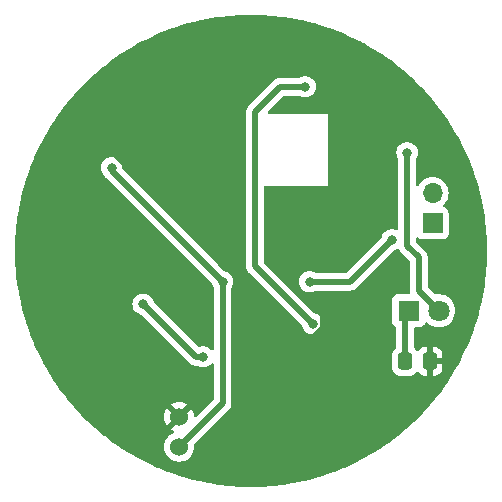
<source format=gbr>
%TF.GenerationSoftware,KiCad,Pcbnew,7.0.9*%
%TF.CreationDate,2024-04-20T19:42:18-07:00*%
%TF.ProjectId,mini_lipo_v1,6d696e69-5f6c-4697-906f-5f76312e6b69,rev?*%
%TF.SameCoordinates,Original*%
%TF.FileFunction,Copper,L1,Top*%
%TF.FilePolarity,Positive*%
%FSLAX46Y46*%
G04 Gerber Fmt 4.6, Leading zero omitted, Abs format (unit mm)*
G04 Created by KiCad (PCBNEW 7.0.9) date 2024-04-20 19:42:18*
%MOMM*%
%LPD*%
G01*
G04 APERTURE LIST*
G04 Aperture macros list*
%AMRoundRect*
0 Rectangle with rounded corners*
0 $1 Rounding radius*
0 $2 $3 $4 $5 $6 $7 $8 $9 X,Y pos of 4 corners*
0 Add a 4 corners polygon primitive as box body*
4,1,4,$2,$3,$4,$5,$6,$7,$8,$9,$2,$3,0*
0 Add four circle primitives for the rounded corners*
1,1,$1+$1,$2,$3*
1,1,$1+$1,$4,$5*
1,1,$1+$1,$6,$7*
1,1,$1+$1,$8,$9*
0 Add four rect primitives between the rounded corners*
20,1,$1+$1,$2,$3,$4,$5,0*
20,1,$1+$1,$4,$5,$6,$7,0*
20,1,$1+$1,$6,$7,$8,$9,0*
20,1,$1+$1,$8,$9,$2,$3,0*%
G04 Aperture macros list end*
%TA.AperFunction,SMDPad,CuDef*%
%ADD10RoundRect,0.250000X-0.337500X-0.475000X0.337500X-0.475000X0.337500X0.475000X-0.337500X0.475000X0*%
%TD*%
%TA.AperFunction,ComponentPad*%
%ADD11R,1.800000X1.800000*%
%TD*%
%TA.AperFunction,ComponentPad*%
%ADD12C,1.800000*%
%TD*%
%TA.AperFunction,ComponentPad*%
%ADD13R,1.700000X1.700000*%
%TD*%
%TA.AperFunction,ComponentPad*%
%ADD14O,1.700000X1.700000*%
%TD*%
%TA.AperFunction,ComponentPad*%
%ADD15C,1.524000*%
%TD*%
%TA.AperFunction,ViaPad*%
%ADD16C,0.800000*%
%TD*%
%TA.AperFunction,Conductor*%
%ADD17C,0.500000*%
%TD*%
%TA.AperFunction,Conductor*%
%ADD18C,0.250000*%
%TD*%
G04 APERTURE END LIST*
D10*
%TO.P,Rled1,1*%
%TO.N,Net-(D1-K)*%
X113495000Y-59563000D03*
%TO.P,Rled1,2*%
%TO.N,GND*%
X115570000Y-59563000D03*
%TD*%
D11*
%TO.P,D1,1,K*%
%TO.N,Net-(D1-K)*%
X113802500Y-55283000D03*
D12*
%TO.P,D1,2,A*%
%TO.N,/D2*%
X116342500Y-55283000D03*
%TD*%
D13*
%TO.P,J1,1,Pin_1*%
%TO.N,/1{slash}2 3V3*%
X115824000Y-47884000D03*
D14*
%TO.P,J1,2,Pin_2*%
%TO.N,/Piezo+*%
X115824000Y-45344000D03*
%TD*%
D15*
%TO.P,C2,1*%
%TO.N,/3V3*%
X94361000Y-66802000D03*
%TO.P,C2,2*%
%TO.N,GND*%
X94361000Y-64262000D03*
%TD*%
D16*
%TO.N,/D2*%
X113665000Y-41910000D03*
%TO.N,GND*%
X105664000Y-54356000D03*
X88392000Y-40386000D03*
%TO.N,/3V3*%
X88646000Y-43180000D03*
X98044000Y-52832000D03*
%TO.N,/1{slash}2 3V3*%
X105410000Y-52832000D03*
X112395000Y-49276000D03*
%TO.N,/A0*%
X105029000Y-36322000D03*
X105664000Y-56388000D03*
%TO.N,/IN2-*%
X96393000Y-59182000D03*
X91313000Y-54737000D03*
%TD*%
D17*
%TO.N,/D2*%
X116342500Y-55283000D02*
X114649000Y-53589500D01*
X114649000Y-50768000D02*
X113665000Y-49784000D01*
X114649000Y-53589500D02*
X114649000Y-50768000D01*
X113665000Y-49784000D02*
X113665000Y-41910000D01*
%TO.N,Net-(D1-K)*%
X113495000Y-59563000D02*
X113495000Y-55590500D01*
D18*
X113495000Y-55590500D02*
X113802500Y-55283000D01*
D17*
%TO.N,GND*%
X88392000Y-40386000D02*
X88392000Y-41529000D01*
X104423541Y-57560541D02*
X105693541Y-57560541D01*
X88392000Y-41529000D02*
X104423541Y-57560541D01*
X106514000Y-56740082D02*
X105693541Y-57560541D01*
X105664000Y-54356000D02*
X106514000Y-55206000D01*
X106514000Y-55206000D02*
X106514000Y-56740082D01*
%TO.N,/3V3*%
X98044000Y-52832000D02*
X98044000Y-63119000D01*
X98044000Y-63119000D02*
X94361000Y-66802000D01*
X88646000Y-43434000D02*
X98044000Y-52832000D01*
X88646000Y-43180000D02*
X88646000Y-43434000D01*
%TO.N,/1{slash}2 3V3*%
X108839000Y-52832000D02*
X112395000Y-49276000D01*
X105410000Y-52832000D02*
X108839000Y-52832000D01*
%TO.N,/A0*%
X100797000Y-38428183D02*
X102903183Y-36322000D01*
X102903183Y-36322000D02*
X105029000Y-36322000D01*
X105664000Y-56388000D02*
X100797000Y-51521000D01*
X100797000Y-51521000D02*
X100797000Y-38428183D01*
%TO.N,/IN2-*%
X91313000Y-54737000D02*
X95758000Y-59182000D01*
X95758000Y-59182000D02*
X96393000Y-59182000D01*
%TD*%
%TA.AperFunction,Conductor*%
%TO.N,GND*%
G36*
X101264403Y-30244620D02*
G01*
X101443950Y-30252684D01*
X102160049Y-30300964D01*
X102339089Y-30317079D01*
X103052233Y-30397431D01*
X103052242Y-30397432D01*
X103230386Y-30421562D01*
X103864526Y-30522000D01*
X103939220Y-30533831D01*
X103974222Y-30540182D01*
X104116148Y-30565938D01*
X104819220Y-30709893D01*
X104994454Y-30749888D01*
X105690422Y-30925257D01*
X105863692Y-30973076D01*
X106485725Y-31159863D01*
X106551060Y-31179483D01*
X106722050Y-31235040D01*
X107399462Y-31472077D01*
X107567745Y-31535234D01*
X108233847Y-31802427D01*
X108399173Y-31873091D01*
X108847183Y-32076586D01*
X109052557Y-32169872D01*
X109052582Y-32169883D01*
X109214585Y-32247900D01*
X109854029Y-32573713D01*
X109958011Y-32629669D01*
X110012335Y-32658902D01*
X110636494Y-33013061D01*
X110790884Y-33105304D01*
X111398487Y-33487087D01*
X111398518Y-33487106D01*
X111548573Y-33586156D01*
X112138539Y-33994886D01*
X112283916Y-34100509D01*
X112854975Y-34535314D01*
X112995522Y-34647398D01*
X113546405Y-35107308D01*
X113681827Y-35225623D01*
X114211538Y-35709800D01*
X114341489Y-35834046D01*
X114848953Y-36341510D01*
X114973199Y-36471461D01*
X115457376Y-37001172D01*
X115575691Y-37136594D01*
X116035615Y-37687493D01*
X116147701Y-37828045D01*
X116293096Y-38019002D01*
X116549027Y-38355134D01*
X116582479Y-38399068D01*
X116631001Y-38465853D01*
X116688122Y-38544473D01*
X117096840Y-39134422D01*
X117195893Y-39284481D01*
X117577694Y-39892114D01*
X117669931Y-40046492D01*
X118024097Y-40670664D01*
X118109290Y-40828977D01*
X118435099Y-41468414D01*
X118513116Y-41630417D01*
X118809908Y-42283826D01*
X118880572Y-42449152D01*
X119147758Y-43115237D01*
X119210921Y-43283534D01*
X119447958Y-43960946D01*
X119503515Y-44131935D01*
X119709917Y-44819285D01*
X119757741Y-44992572D01*
X119933100Y-45688499D01*
X119960297Y-45807655D01*
X119973107Y-45863781D01*
X120117060Y-46566845D01*
X120149168Y-46743779D01*
X120261432Y-47452583D01*
X120285567Y-47630757D01*
X120365920Y-48343909D01*
X120382036Y-48522974D01*
X120430313Y-49239012D01*
X120438379Y-49418613D01*
X120456468Y-50224608D01*
X120456468Y-50227390D01*
X120438379Y-51033386D01*
X120430313Y-51212987D01*
X120382036Y-51929025D01*
X120365920Y-52108090D01*
X120285567Y-52821242D01*
X120261432Y-52999416D01*
X120149168Y-53708220D01*
X120117060Y-53885154D01*
X119973107Y-54588218D01*
X119933107Y-54763470D01*
X119860480Y-55051702D01*
X119757742Y-55459425D01*
X119709917Y-55632714D01*
X119503515Y-56320064D01*
X119447958Y-56491053D01*
X119210921Y-57168465D01*
X119147758Y-57336762D01*
X118880572Y-58002847D01*
X118809908Y-58168173D01*
X118513116Y-58821582D01*
X118435099Y-58983585D01*
X118109290Y-59623022D01*
X118024097Y-59781335D01*
X117669931Y-60405507D01*
X117577694Y-60559885D01*
X117195893Y-61167518D01*
X117096840Y-61317577D01*
X116688122Y-61907526D01*
X116582486Y-62052922D01*
X116147701Y-62623954D01*
X116035615Y-62764506D01*
X115575691Y-63315405D01*
X115457376Y-63450827D01*
X114973199Y-63980538D01*
X114848953Y-64110489D01*
X114341489Y-64617953D01*
X114211538Y-64742199D01*
X113681827Y-65226376D01*
X113546405Y-65344691D01*
X112995506Y-65804615D01*
X112854954Y-65916701D01*
X112283922Y-66351486D01*
X112138526Y-66457122D01*
X111548577Y-66865840D01*
X111398518Y-66964893D01*
X110790885Y-67346694D01*
X110636507Y-67438931D01*
X110012335Y-67793097D01*
X109854022Y-67878290D01*
X109214585Y-68204099D01*
X109052582Y-68282116D01*
X108399173Y-68578908D01*
X108233847Y-68649572D01*
X107567762Y-68916758D01*
X107399465Y-68979921D01*
X106722053Y-69216958D01*
X106551064Y-69272515D01*
X105863714Y-69478917D01*
X105690425Y-69526742D01*
X104994511Y-69702097D01*
X104888289Y-69726342D01*
X104819218Y-69742107D01*
X104116154Y-69886060D01*
X103939220Y-69918168D01*
X103230416Y-70030432D01*
X103052242Y-70054567D01*
X102339090Y-70134920D01*
X102160025Y-70151036D01*
X101443987Y-70199313D01*
X101264386Y-70207379D01*
X100546870Y-70223483D01*
X100367130Y-70223483D01*
X99649613Y-70207379D01*
X99470012Y-70199313D01*
X98753974Y-70151036D01*
X98574909Y-70134920D01*
X97861757Y-70054567D01*
X97683583Y-70030432D01*
X96974779Y-69918168D01*
X96797845Y-69886060D01*
X96094781Y-69742107D01*
X96074397Y-69737454D01*
X95919499Y-69702100D01*
X95223572Y-69526741D01*
X95050285Y-69478917D01*
X94362935Y-69272515D01*
X94191946Y-69216958D01*
X93514534Y-68979921D01*
X93346237Y-68916758D01*
X92680152Y-68649572D01*
X92514826Y-68578908D01*
X91861417Y-68282116D01*
X91699414Y-68204099D01*
X91059989Y-67878296D01*
X91015473Y-67854341D01*
X90901664Y-67793097D01*
X90277492Y-67438931D01*
X90123114Y-67346694D01*
X89515481Y-66964893D01*
X89365422Y-66865840D01*
X88775473Y-66457122D01*
X88768033Y-66451717D01*
X88630068Y-66351479D01*
X88059045Y-65916701D01*
X88007234Y-65875383D01*
X87918493Y-65804615D01*
X87595160Y-65534677D01*
X87367594Y-65344691D01*
X87232172Y-65226376D01*
X86702461Y-64742199D01*
X86572510Y-64617953D01*
X86065046Y-64110489D01*
X85940800Y-63980538D01*
X85456623Y-63450827D01*
X85338308Y-63315405D01*
X84878398Y-62764522D01*
X84766298Y-62623954D01*
X84752678Y-62606067D01*
X84331509Y-62052916D01*
X84225877Y-61907526D01*
X83817156Y-61317573D01*
X83718106Y-61167518D01*
X83479638Y-60787999D01*
X83336304Y-60559884D01*
X83244068Y-60405507D01*
X82889902Y-59781335D01*
X82860669Y-59727011D01*
X82804710Y-59623022D01*
X82478900Y-58983585D01*
X82400883Y-58821582D01*
X82376847Y-58768666D01*
X82250638Y-58490807D01*
X82104091Y-58168173D01*
X82033427Y-58002847D01*
X81766234Y-57336745D01*
X81703077Y-57168462D01*
X81466040Y-56491050D01*
X81410483Y-56320060D01*
X81358259Y-56146147D01*
X81204076Y-55632692D01*
X81156257Y-55459422D01*
X80980888Y-54763454D01*
X80940893Y-54588218D01*
X80796938Y-53885148D01*
X80764831Y-53708220D01*
X80702543Y-53314951D01*
X80652564Y-52999399D01*
X80628432Y-52821242D01*
X80588149Y-52463722D01*
X80548078Y-52108081D01*
X80543554Y-52057818D01*
X80531963Y-51929025D01*
X80483684Y-51212950D01*
X80475620Y-51033403D01*
X80459517Y-50315869D01*
X80459517Y-50136130D01*
X80462758Y-49991707D01*
X80475620Y-49418596D01*
X80483687Y-49239012D01*
X80531964Y-48522962D01*
X80534764Y-48491851D01*
X80548079Y-48343909D01*
X80628432Y-47630751D01*
X80652562Y-47452617D01*
X80764831Y-46743777D01*
X80796931Y-46566886D01*
X80940894Y-45863771D01*
X80980893Y-45688524D01*
X81156259Y-44992567D01*
X81204083Y-44819285D01*
X81410489Y-44131919D01*
X81430576Y-44070098D01*
X81466028Y-43960984D01*
X81703079Y-43283532D01*
X81741935Y-43180000D01*
X87740540Y-43180000D01*
X87760326Y-43368256D01*
X87760327Y-43368259D01*
X87818818Y-43548277D01*
X87818821Y-43548284D01*
X87913467Y-43712216D01*
X87971140Y-43776268D01*
X87982591Y-43791101D01*
X88012964Y-43837283D01*
X88053287Y-43902655D01*
X88057766Y-43908319D01*
X88057719Y-43908356D01*
X88062482Y-43914202D01*
X88062528Y-43914164D01*
X88067173Y-43919700D01*
X88123017Y-43972385D01*
X97131228Y-52980596D01*
X97161478Y-53029958D01*
X97216819Y-53200280D01*
X97216821Y-53200284D01*
X97276887Y-53304321D01*
X97293500Y-53366321D01*
X97293500Y-58513299D01*
X97273815Y-58580338D01*
X97221011Y-58626093D01*
X97151853Y-58636037D01*
X97088297Y-58607012D01*
X97077350Y-58596272D01*
X97063003Y-58580338D01*
X96998871Y-58509112D01*
X96979844Y-58495288D01*
X96845734Y-58397851D01*
X96845729Y-58397848D01*
X96672807Y-58320857D01*
X96672802Y-58320855D01*
X96527001Y-58289865D01*
X96487646Y-58281500D01*
X96298354Y-58281500D01*
X96258999Y-58289865D01*
X96113198Y-58320855D01*
X96113197Y-58320855D01*
X96083818Y-58333936D01*
X96014568Y-58343219D01*
X95951292Y-58313589D01*
X95945704Y-58308336D01*
X92225770Y-54588402D01*
X92195521Y-54539041D01*
X92140179Y-54368716D01*
X92045533Y-54204784D01*
X91918871Y-54064112D01*
X91918870Y-54064111D01*
X91765734Y-53952851D01*
X91765729Y-53952848D01*
X91592807Y-53875857D01*
X91592802Y-53875855D01*
X91447001Y-53844865D01*
X91407646Y-53836500D01*
X91218354Y-53836500D01*
X91185897Y-53843398D01*
X91033197Y-53875855D01*
X91033192Y-53875857D01*
X90860270Y-53952848D01*
X90860265Y-53952851D01*
X90707129Y-54064111D01*
X90580466Y-54204785D01*
X90485821Y-54368715D01*
X90485818Y-54368722D01*
X90430479Y-54539039D01*
X90427326Y-54548744D01*
X90407540Y-54737000D01*
X90427326Y-54925256D01*
X90427327Y-54925259D01*
X90485818Y-55105277D01*
X90485821Y-55105284D01*
X90580467Y-55269216D01*
X90592884Y-55283006D01*
X90707129Y-55409888D01*
X90860265Y-55521148D01*
X90860270Y-55521151D01*
X91033191Y-55598142D01*
X91033193Y-55598142D01*
X91033197Y-55598144D01*
X91098329Y-55611987D01*
X91159809Y-55645178D01*
X91160228Y-55645596D01*
X95182267Y-59667634D01*
X95194048Y-59681266D01*
X95208390Y-59700530D01*
X95248420Y-59734119D01*
X95252392Y-59737759D01*
X95258223Y-59743590D01*
X95258222Y-59743590D01*
X95283944Y-59763927D01*
X95342786Y-59813302D01*
X95342794Y-59813306D01*
X95348824Y-59817273D01*
X95348790Y-59817323D01*
X95355137Y-59821366D01*
X95355169Y-59821316D01*
X95361318Y-59825108D01*
X95361320Y-59825109D01*
X95361323Y-59825111D01*
X95430930Y-59857569D01*
X95499567Y-59892040D01*
X95499576Y-59892042D01*
X95506355Y-59894510D01*
X95506334Y-59894567D01*
X95513451Y-59897040D01*
X95513470Y-59896984D01*
X95520330Y-59899257D01*
X95595532Y-59914784D01*
X95670279Y-59932500D01*
X95670288Y-59932500D01*
X95677452Y-59933338D01*
X95677445Y-59933397D01*
X95684946Y-59934163D01*
X95684952Y-59934104D01*
X95692140Y-59934733D01*
X95692143Y-59934732D01*
X95692144Y-59934733D01*
X95768898Y-59932500D01*
X95853663Y-59932500D01*
X95920702Y-59952185D01*
X95926548Y-59956182D01*
X95940265Y-59966148D01*
X95940270Y-59966151D01*
X96113192Y-60043142D01*
X96113197Y-60043144D01*
X96298354Y-60082500D01*
X96298355Y-60082500D01*
X96487644Y-60082500D01*
X96487646Y-60082500D01*
X96672803Y-60043144D01*
X96845730Y-59966151D01*
X96998871Y-59854888D01*
X97077350Y-59767727D01*
X97136837Y-59731079D01*
X97206694Y-59732410D01*
X97264742Y-59771296D01*
X97292552Y-59835393D01*
X97293500Y-59850700D01*
X97293500Y-62756769D01*
X97273815Y-62823808D01*
X97257181Y-62844450D01*
X95832893Y-64268737D01*
X95771570Y-64302222D01*
X95701878Y-64297238D01*
X95645945Y-64255366D01*
X95621684Y-64191863D01*
X95608575Y-64042024D01*
X95608573Y-64042013D01*
X95551424Y-63828729D01*
X95551420Y-63828720D01*
X95458098Y-63628590D01*
X95412740Y-63563811D01*
X94745903Y-64230648D01*
X94745949Y-64230102D01*
X94714734Y-64106838D01*
X94645187Y-64000388D01*
X94544843Y-63922287D01*
X94424578Y-63881000D01*
X94388447Y-63881000D01*
X95059187Y-63210258D01*
X94994409Y-63164900D01*
X94994407Y-63164899D01*
X94794284Y-63071580D01*
X94794270Y-63071575D01*
X94580986Y-63014426D01*
X94580976Y-63014424D01*
X94361001Y-62995179D01*
X94360999Y-62995179D01*
X94141023Y-63014424D01*
X94141013Y-63014426D01*
X93927729Y-63071575D01*
X93927720Y-63071579D01*
X93727586Y-63164903D01*
X93662812Y-63210257D01*
X93662811Y-63210258D01*
X94333554Y-63881000D01*
X94329431Y-63881000D01*
X94235579Y-63896661D01*
X94123749Y-63957180D01*
X94037629Y-64050731D01*
X93986552Y-64167177D01*
X93980894Y-64235447D01*
X93309258Y-63563811D01*
X93309257Y-63563812D01*
X93263903Y-63628586D01*
X93170579Y-63828720D01*
X93170575Y-63828729D01*
X93113426Y-64042013D01*
X93113424Y-64042023D01*
X93094179Y-64261999D01*
X93094179Y-64262000D01*
X93113424Y-64481976D01*
X93113426Y-64481986D01*
X93170575Y-64695270D01*
X93170580Y-64695284D01*
X93263899Y-64895407D01*
X93263900Y-64895409D01*
X93309258Y-64960187D01*
X93976096Y-64293349D01*
X93976051Y-64293898D01*
X94007266Y-64417162D01*
X94076813Y-64523612D01*
X94177157Y-64601713D01*
X94297422Y-64643000D01*
X94333553Y-64643000D01*
X93662811Y-65313741D01*
X93727582Y-65359094D01*
X93727588Y-65359098D01*
X93856781Y-65419342D01*
X93909220Y-65465514D01*
X93928372Y-65532708D01*
X93908156Y-65599589D01*
X93856781Y-65644106D01*
X93727340Y-65704465D01*
X93727338Y-65704466D01*
X93546377Y-65831175D01*
X93390175Y-65987377D01*
X93263466Y-66168338D01*
X93263465Y-66168340D01*
X93170107Y-66368548D01*
X93170104Y-66368554D01*
X93112930Y-66581929D01*
X93112929Y-66581937D01*
X93093677Y-66801997D01*
X93093677Y-66802002D01*
X93112929Y-67022062D01*
X93112930Y-67022070D01*
X93170104Y-67235445D01*
X93170105Y-67235447D01*
X93170106Y-67235450D01*
X93221980Y-67346694D01*
X93263466Y-67435662D01*
X93263468Y-67435666D01*
X93390170Y-67616615D01*
X93390175Y-67616621D01*
X93546378Y-67772824D01*
X93546384Y-67772829D01*
X93727333Y-67899531D01*
X93727335Y-67899532D01*
X93727338Y-67899534D01*
X93927550Y-67992894D01*
X94140932Y-68050070D01*
X94298123Y-68063822D01*
X94360998Y-68069323D01*
X94361000Y-68069323D01*
X94361002Y-68069323D01*
X94416017Y-68064509D01*
X94581068Y-68050070D01*
X94794450Y-67992894D01*
X94994662Y-67899534D01*
X95175620Y-67772826D01*
X95331826Y-67616620D01*
X95458534Y-67435662D01*
X95551894Y-67235450D01*
X95609070Y-67022068D01*
X95628323Y-66802000D01*
X95616793Y-66670213D01*
X95630559Y-66601715D01*
X95652637Y-66571729D01*
X98529638Y-63694727D01*
X98543267Y-63682950D01*
X98562530Y-63668610D01*
X98562532Y-63668606D01*
X98562534Y-63668606D01*
X98580663Y-63646999D01*
X98596113Y-63628585D01*
X98599767Y-63624599D01*
X98605591Y-63618776D01*
X98625930Y-63593052D01*
X98675302Y-63534214D01*
X98675306Y-63534205D01*
X98679274Y-63528175D01*
X98679325Y-63528208D01*
X98683369Y-63521860D01*
X98683317Y-63521828D01*
X98687104Y-63515685D01*
X98687111Y-63515677D01*
X98719572Y-63446063D01*
X98754040Y-63377433D01*
X98754041Y-63377427D01*
X98756508Y-63370650D01*
X98756566Y-63370671D01*
X98759043Y-63363544D01*
X98758986Y-63363526D01*
X98761255Y-63356679D01*
X98761256Y-63356674D01*
X98761257Y-63356672D01*
X98776790Y-63281441D01*
X98794500Y-63206721D01*
X98794500Y-63206719D01*
X98795339Y-63199548D01*
X98795398Y-63199554D01*
X98796164Y-63192054D01*
X98796105Y-63192049D01*
X98796734Y-63184859D01*
X98794500Y-63108082D01*
X98794500Y-53366321D01*
X98811113Y-53304321D01*
X98871179Y-53200284D01*
X98929674Y-53020256D01*
X98949460Y-52832000D01*
X98929674Y-52643744D01*
X98871179Y-52463716D01*
X98776533Y-52299784D01*
X98649871Y-52159112D01*
X98649870Y-52159111D01*
X98496734Y-52047851D01*
X98496729Y-52047848D01*
X98323807Y-51970857D01*
X98323803Y-51970856D01*
X98258669Y-51957011D01*
X98197188Y-51923818D01*
X98196770Y-51923402D01*
X97772393Y-51499025D01*
X100041710Y-51499025D01*
X100046264Y-51551064D01*
X100046500Y-51556470D01*
X100046500Y-51564709D01*
X100050306Y-51597274D01*
X100057000Y-51673791D01*
X100058461Y-51680867D01*
X100058403Y-51680878D01*
X100060034Y-51688237D01*
X100060092Y-51688224D01*
X100061757Y-51695250D01*
X100088025Y-51767424D01*
X100112185Y-51840331D01*
X100115236Y-51846874D01*
X100115182Y-51846898D01*
X100118470Y-51853688D01*
X100118521Y-51853663D01*
X100121761Y-51860113D01*
X100121762Y-51860114D01*
X100121763Y-51860117D01*
X100163386Y-51923402D01*
X100163965Y-51924283D01*
X100204287Y-51989655D01*
X100208766Y-51995319D01*
X100208719Y-51995356D01*
X100213482Y-52001202D01*
X100213528Y-52001164D01*
X100218173Y-52006700D01*
X100274018Y-52059386D01*
X104751228Y-56536595D01*
X104781478Y-56585958D01*
X104836818Y-56756277D01*
X104836821Y-56756284D01*
X104931467Y-56920216D01*
X105058129Y-57060888D01*
X105211265Y-57172148D01*
X105211270Y-57172151D01*
X105384192Y-57249142D01*
X105384197Y-57249144D01*
X105569354Y-57288500D01*
X105569355Y-57288500D01*
X105758644Y-57288500D01*
X105758646Y-57288500D01*
X105943803Y-57249144D01*
X106116730Y-57172151D01*
X106269871Y-57060888D01*
X106396533Y-56920216D01*
X106491179Y-56756284D01*
X106549674Y-56576256D01*
X106569460Y-56388000D01*
X106549674Y-56199744D01*
X106491179Y-56019716D01*
X106396533Y-55855784D01*
X106269871Y-55715112D01*
X106269870Y-55715111D01*
X106116734Y-55603851D01*
X106116729Y-55603848D01*
X105943807Y-55526857D01*
X105943802Y-55526855D01*
X105878669Y-55513011D01*
X105817187Y-55479818D01*
X105816769Y-55479402D01*
X103169368Y-52832000D01*
X104504540Y-52832000D01*
X104524326Y-53020256D01*
X104524327Y-53020259D01*
X104582818Y-53200277D01*
X104582821Y-53200284D01*
X104677467Y-53364216D01*
X104727945Y-53420277D01*
X104804129Y-53504888D01*
X104957265Y-53616148D01*
X104957270Y-53616151D01*
X105130192Y-53693142D01*
X105130197Y-53693144D01*
X105315354Y-53732500D01*
X105315355Y-53732500D01*
X105504644Y-53732500D01*
X105504646Y-53732500D01*
X105689803Y-53693144D01*
X105862730Y-53616151D01*
X105864776Y-53614664D01*
X105876452Y-53606182D01*
X105942258Y-53582702D01*
X105949337Y-53582500D01*
X108775295Y-53582500D01*
X108793265Y-53583809D01*
X108817023Y-53587289D01*
X108869068Y-53582735D01*
X108874470Y-53582500D01*
X108882704Y-53582500D01*
X108882709Y-53582500D01*
X108894327Y-53581141D01*
X108915276Y-53578693D01*
X108928028Y-53577577D01*
X108991797Y-53571999D01*
X108991805Y-53571996D01*
X108998866Y-53570539D01*
X108998878Y-53570598D01*
X109006243Y-53568965D01*
X109006229Y-53568906D01*
X109013246Y-53567241D01*
X109013255Y-53567241D01*
X109085423Y-53540974D01*
X109158334Y-53516814D01*
X109158343Y-53516807D01*
X109164882Y-53513760D01*
X109164908Y-53513816D01*
X109171690Y-53510532D01*
X109171663Y-53510478D01*
X109178106Y-53507240D01*
X109178117Y-53507237D01*
X109242283Y-53465034D01*
X109307656Y-53424712D01*
X109307662Y-53424705D01*
X109313325Y-53420229D01*
X109313362Y-53420277D01*
X109319204Y-53415518D01*
X109319164Y-53415471D01*
X109324691Y-53410832D01*
X109324696Y-53410830D01*
X109377386Y-53354981D01*
X112547770Y-50184595D01*
X112609091Y-50151112D01*
X112609427Y-50151039D01*
X112674803Y-50137144D01*
X112829839Y-50068116D01*
X112899086Y-50058831D01*
X112962363Y-50088459D01*
X112984877Y-50117688D01*
X112985796Y-50117085D01*
X113031965Y-50187283D01*
X113072287Y-50252655D01*
X113076766Y-50258319D01*
X113076719Y-50258356D01*
X113081482Y-50264202D01*
X113081528Y-50264164D01*
X113086173Y-50269700D01*
X113117598Y-50299347D01*
X113142019Y-50322387D01*
X113511337Y-50691705D01*
X113862181Y-51042548D01*
X113895666Y-51103871D01*
X113898500Y-51130229D01*
X113898500Y-53525794D01*
X113897191Y-53543763D01*
X113893710Y-53567525D01*
X113898264Y-53619564D01*
X113898500Y-53624970D01*
X113898500Y-53633209D01*
X113902306Y-53665774D01*
X113909472Y-53747694D01*
X113895705Y-53816194D01*
X113847089Y-53866376D01*
X113785944Y-53882500D01*
X112854629Y-53882500D01*
X112854623Y-53882501D01*
X112795016Y-53888908D01*
X112660171Y-53939202D01*
X112660164Y-53939206D01*
X112544955Y-54025452D01*
X112544952Y-54025455D01*
X112458706Y-54140664D01*
X112458702Y-54140671D01*
X112408408Y-54275517D01*
X112402001Y-54335116D01*
X112402000Y-54335135D01*
X112402000Y-56230870D01*
X112402001Y-56230876D01*
X112408408Y-56290483D01*
X112458702Y-56425328D01*
X112458706Y-56425335D01*
X112544952Y-56540544D01*
X112544955Y-56540547D01*
X112660165Y-56626794D01*
X112660167Y-56626794D01*
X112660169Y-56626796D01*
X112663829Y-56628161D01*
X112666960Y-56630504D01*
X112667952Y-56631046D01*
X112667874Y-56631188D01*
X112719763Y-56670028D01*
X112744184Y-56735492D01*
X112744500Y-56744344D01*
X112744500Y-58391752D01*
X112724815Y-58458791D01*
X112693502Y-58489531D01*
X112694511Y-58490807D01*
X112688843Y-58495288D01*
X112564789Y-58619342D01*
X112472687Y-58768663D01*
X112472685Y-58768668D01*
X112472615Y-58768880D01*
X112417501Y-58935203D01*
X112417501Y-58935204D01*
X112417500Y-58935204D01*
X112407000Y-59037983D01*
X112407000Y-60088001D01*
X112407001Y-60088019D01*
X112417500Y-60190796D01*
X112417501Y-60190799D01*
X112472615Y-60357119D01*
X112472686Y-60357334D01*
X112564788Y-60506656D01*
X112688844Y-60630712D01*
X112838166Y-60722814D01*
X113004703Y-60777999D01*
X113107491Y-60788500D01*
X113882508Y-60788499D01*
X113882516Y-60788498D01*
X113882519Y-60788498D01*
X113938802Y-60782748D01*
X113985297Y-60777999D01*
X114151834Y-60722814D01*
X114301156Y-60630712D01*
X114425212Y-60506656D01*
X114427252Y-60503347D01*
X114429245Y-60501555D01*
X114429693Y-60500989D01*
X114429789Y-60501065D01*
X114479194Y-60456623D01*
X114548156Y-60445395D01*
X114612240Y-60473234D01*
X114638329Y-60503339D01*
X114640181Y-60506341D01*
X114640183Y-60506344D01*
X114764154Y-60630315D01*
X114913375Y-60722356D01*
X114913380Y-60722358D01*
X115079802Y-60777505D01*
X115079809Y-60777506D01*
X115182519Y-60787999D01*
X115319999Y-60787999D01*
X115320000Y-60787998D01*
X115320000Y-59813000D01*
X115820000Y-59813000D01*
X115820000Y-60787999D01*
X115957472Y-60787999D01*
X115957486Y-60787998D01*
X116060197Y-60777505D01*
X116226619Y-60722358D01*
X116226624Y-60722356D01*
X116375845Y-60630315D01*
X116499815Y-60506345D01*
X116591856Y-60357124D01*
X116591858Y-60357119D01*
X116647005Y-60190697D01*
X116647006Y-60190690D01*
X116657499Y-60087986D01*
X116657500Y-60087973D01*
X116657500Y-59813000D01*
X115820000Y-59813000D01*
X115320000Y-59813000D01*
X115320000Y-58338000D01*
X115820000Y-58338000D01*
X115820000Y-59313000D01*
X116657499Y-59313000D01*
X116657499Y-59038028D01*
X116657498Y-59038013D01*
X116647005Y-58935302D01*
X116591858Y-58768880D01*
X116591856Y-58768875D01*
X116499815Y-58619654D01*
X116375845Y-58495684D01*
X116226624Y-58403643D01*
X116226619Y-58403641D01*
X116060197Y-58348494D01*
X116060190Y-58348493D01*
X115957486Y-58338000D01*
X115820000Y-58338000D01*
X115320000Y-58338000D01*
X115182527Y-58338000D01*
X115182512Y-58338001D01*
X115079802Y-58348494D01*
X114913380Y-58403641D01*
X114913375Y-58403643D01*
X114764154Y-58495684D01*
X114640183Y-58619655D01*
X114640179Y-58619660D01*
X114638326Y-58622665D01*
X114636518Y-58624290D01*
X114635702Y-58625323D01*
X114635525Y-58625183D01*
X114586374Y-58669385D01*
X114517411Y-58680601D01*
X114453331Y-58652752D01*
X114427253Y-58622653D01*
X114427237Y-58622628D01*
X114425212Y-58619344D01*
X114301156Y-58495288D01*
X114295489Y-58490807D01*
X114296930Y-58488984D01*
X114257675Y-58445335D01*
X114245500Y-58391752D01*
X114245500Y-56807499D01*
X114265185Y-56740460D01*
X114317989Y-56694705D01*
X114369500Y-56683499D01*
X114750371Y-56683499D01*
X114750372Y-56683499D01*
X114809983Y-56677091D01*
X114944831Y-56626796D01*
X115060046Y-56540546D01*
X115146296Y-56425331D01*
X115174955Y-56348493D01*
X115216826Y-56292559D01*
X115282290Y-56268141D01*
X115350563Y-56282992D01*
X115382366Y-56307843D01*
X115389802Y-56315920D01*
X115390715Y-56316912D01*
X115390722Y-56316918D01*
X115573865Y-56459464D01*
X115573871Y-56459468D01*
X115573874Y-56459470D01*
X115716388Y-56536595D01*
X115763733Y-56562217D01*
X115777997Y-56569936D01*
X115891987Y-56609068D01*
X115997515Y-56645297D01*
X115997517Y-56645297D01*
X115997519Y-56645298D01*
X116226451Y-56683500D01*
X116226452Y-56683500D01*
X116458548Y-56683500D01*
X116458549Y-56683500D01*
X116687481Y-56645298D01*
X116907003Y-56569936D01*
X117111126Y-56459470D01*
X117294284Y-56316913D01*
X117451479Y-56146153D01*
X117578424Y-55951849D01*
X117671657Y-55739300D01*
X117728634Y-55514305D01*
X117728635Y-55514297D01*
X117747800Y-55283006D01*
X117747800Y-55282993D01*
X117728635Y-55051702D01*
X117728633Y-55051691D01*
X117671657Y-54826699D01*
X117578424Y-54614151D01*
X117451483Y-54419852D01*
X117451480Y-54419849D01*
X117451479Y-54419847D01*
X117294284Y-54249087D01*
X117294279Y-54249083D01*
X117294277Y-54249081D01*
X117111134Y-54106535D01*
X117111128Y-54106531D01*
X116907004Y-53996064D01*
X116906995Y-53996061D01*
X116687484Y-53920702D01*
X116474603Y-53885179D01*
X116458549Y-53882500D01*
X116226451Y-53882500D01*
X116098225Y-53903896D01*
X116028860Y-53895514D01*
X115990135Y-53869268D01*
X115435819Y-53314951D01*
X115402334Y-53253628D01*
X115399500Y-53227270D01*
X115399500Y-50831705D01*
X115400809Y-50813735D01*
X115404289Y-50789974D01*
X115399736Y-50737939D01*
X115399500Y-50732532D01*
X115399500Y-50724296D01*
X115399500Y-50724291D01*
X115395691Y-50691705D01*
X115388998Y-50615203D01*
X115388995Y-50615194D01*
X115387538Y-50608135D01*
X115387598Y-50608122D01*
X115385966Y-50600764D01*
X115385908Y-50600778D01*
X115384241Y-50593747D01*
X115384241Y-50593745D01*
X115357969Y-50521563D01*
X115333814Y-50448666D01*
X115330762Y-50442121D01*
X115330815Y-50442095D01*
X115327531Y-50435311D01*
X115327479Y-50435338D01*
X115324236Y-50428882D01*
X115282034Y-50364716D01*
X115241714Y-50299347D01*
X115237234Y-50293681D01*
X115237280Y-50293643D01*
X115232519Y-50287799D01*
X115232474Y-50287838D01*
X115227834Y-50282308D01*
X115171982Y-50229613D01*
X114451819Y-49509450D01*
X114418334Y-49448127D01*
X114415500Y-49421769D01*
X114415500Y-49188833D01*
X114435185Y-49121794D01*
X114487989Y-49076039D01*
X114557147Y-49066095D01*
X114613812Y-49089567D01*
X114616451Y-49091543D01*
X114616454Y-49091546D01*
X114731665Y-49177793D01*
X114731668Y-49177795D01*
X114731671Y-49177797D01*
X114866517Y-49228091D01*
X114866516Y-49228091D01*
X114873444Y-49228835D01*
X114926127Y-49234500D01*
X116721872Y-49234499D01*
X116781483Y-49228091D01*
X116916331Y-49177796D01*
X117031546Y-49091546D01*
X117117796Y-48976331D01*
X117168091Y-48841483D01*
X117174500Y-48781873D01*
X117174499Y-46986128D01*
X117168091Y-46926517D01*
X117117796Y-46791669D01*
X117117795Y-46791668D01*
X117117793Y-46791664D01*
X117031547Y-46676455D01*
X117031544Y-46676452D01*
X116916335Y-46590206D01*
X116916328Y-46590202D01*
X116784917Y-46541189D01*
X116728983Y-46499318D01*
X116704566Y-46433853D01*
X116719418Y-46365580D01*
X116740563Y-46337332D01*
X116862495Y-46215401D01*
X116998035Y-46021830D01*
X117097903Y-45807663D01*
X117159063Y-45579408D01*
X117179659Y-45344000D01*
X117159063Y-45108592D01*
X117112626Y-44935285D01*
X117097905Y-44880344D01*
X117097904Y-44880343D01*
X117097903Y-44880337D01*
X116998035Y-44666171D01*
X116993880Y-44660236D01*
X116862494Y-44472597D01*
X116695402Y-44305506D01*
X116695395Y-44305501D01*
X116501834Y-44169967D01*
X116501830Y-44169965D01*
X116501828Y-44169964D01*
X116287663Y-44070097D01*
X116287659Y-44070096D01*
X116287655Y-44070094D01*
X116059413Y-44008938D01*
X116059403Y-44008936D01*
X115824001Y-43988341D01*
X115823999Y-43988341D01*
X115588596Y-44008936D01*
X115588586Y-44008938D01*
X115360344Y-44070094D01*
X115360335Y-44070098D01*
X115146171Y-44169964D01*
X115146169Y-44169965D01*
X114952597Y-44305505D01*
X114785505Y-44472597D01*
X114649965Y-44666169D01*
X114647257Y-44670861D01*
X114645191Y-44669668D01*
X114605679Y-44714518D01*
X114538480Y-44733650D01*
X114471604Y-44713414D01*
X114426286Y-44660236D01*
X114415500Y-44609654D01*
X114415500Y-42444321D01*
X114432113Y-42382321D01*
X114492179Y-42278284D01*
X114550674Y-42098256D01*
X114570460Y-41910000D01*
X114550674Y-41721744D01*
X114492179Y-41541716D01*
X114397533Y-41377784D01*
X114270871Y-41237112D01*
X114270870Y-41237111D01*
X114117734Y-41125851D01*
X114117729Y-41125848D01*
X113944807Y-41048857D01*
X113944802Y-41048855D01*
X113799001Y-41017865D01*
X113759646Y-41009500D01*
X113570354Y-41009500D01*
X113537897Y-41016398D01*
X113385197Y-41048855D01*
X113385192Y-41048857D01*
X113212270Y-41125848D01*
X113212265Y-41125851D01*
X113059129Y-41237111D01*
X112932466Y-41377785D01*
X112837821Y-41541715D01*
X112837818Y-41541722D01*
X112779327Y-41721740D01*
X112779326Y-41721744D01*
X112759540Y-41910000D01*
X112779326Y-42098256D01*
X112779327Y-42098259D01*
X112837818Y-42278277D01*
X112837821Y-42278284D01*
X112888288Y-42365696D01*
X112897887Y-42382321D01*
X112914500Y-42444321D01*
X112914500Y-48330633D01*
X112894815Y-48397672D01*
X112842011Y-48443427D01*
X112772853Y-48453371D01*
X112740064Y-48443912D01*
X112674807Y-48414857D01*
X112674802Y-48414855D01*
X112529001Y-48383865D01*
X112489646Y-48375500D01*
X112300354Y-48375500D01*
X112267897Y-48382398D01*
X112115197Y-48414855D01*
X112115192Y-48414857D01*
X111942270Y-48491848D01*
X111942265Y-48491851D01*
X111789129Y-48603111D01*
X111662466Y-48743785D01*
X111567821Y-48907715D01*
X111567819Y-48907719D01*
X111512478Y-49078041D01*
X111482228Y-49127403D01*
X108564451Y-52045181D01*
X108503128Y-52078666D01*
X108476770Y-52081500D01*
X105949337Y-52081500D01*
X105882298Y-52061815D01*
X105876452Y-52057818D01*
X105862734Y-52047851D01*
X105862729Y-52047848D01*
X105689807Y-51970857D01*
X105689802Y-51970855D01*
X105544001Y-51939865D01*
X105504646Y-51931500D01*
X105315354Y-51931500D01*
X105282897Y-51938398D01*
X105130197Y-51970855D01*
X105130192Y-51970857D01*
X104957270Y-52047848D01*
X104957265Y-52047851D01*
X104804129Y-52159111D01*
X104677466Y-52299785D01*
X104582821Y-52463715D01*
X104582818Y-52463722D01*
X104524327Y-52643740D01*
X104524326Y-52643744D01*
X104504540Y-52832000D01*
X103169368Y-52832000D01*
X101583819Y-51246451D01*
X101550334Y-51185128D01*
X101547500Y-51158770D01*
X101547500Y-44828500D01*
X101567185Y-44761461D01*
X101619989Y-44715706D01*
X101671500Y-44704500D01*
X106909240Y-44704500D01*
X106909383Y-44704528D01*
X106909384Y-44704524D01*
X106933997Y-44704539D01*
X106934000Y-44704541D01*
X106934383Y-44704383D01*
X106934500Y-44704099D01*
X106934541Y-44704000D01*
X106934540Y-44703997D01*
X106934583Y-44679889D01*
X106934500Y-44679467D01*
X106934500Y-38632759D01*
X106934528Y-38632616D01*
X106934524Y-38632616D01*
X106934539Y-38608002D01*
X106934541Y-38608000D01*
X106934462Y-38607808D01*
X106934384Y-38607618D01*
X106934382Y-38607616D01*
X106934099Y-38607500D01*
X106934000Y-38607459D01*
X106909446Y-38607459D01*
X106909240Y-38607500D01*
X101978413Y-38607500D01*
X101911374Y-38587815D01*
X101865619Y-38535011D01*
X101855675Y-38465853D01*
X101884700Y-38402297D01*
X101890732Y-38395819D01*
X103177731Y-37108819D01*
X103239054Y-37075334D01*
X103265412Y-37072500D01*
X104489663Y-37072500D01*
X104556702Y-37092185D01*
X104562548Y-37096182D01*
X104576265Y-37106148D01*
X104576270Y-37106151D01*
X104749192Y-37183142D01*
X104749197Y-37183144D01*
X104934354Y-37222500D01*
X104934355Y-37222500D01*
X105123644Y-37222500D01*
X105123646Y-37222500D01*
X105308803Y-37183144D01*
X105481730Y-37106151D01*
X105634871Y-36994888D01*
X105761533Y-36854216D01*
X105856179Y-36690284D01*
X105914674Y-36510256D01*
X105934460Y-36322000D01*
X105914674Y-36133744D01*
X105856179Y-35953716D01*
X105761533Y-35789784D01*
X105634871Y-35649112D01*
X105634870Y-35649111D01*
X105481734Y-35537851D01*
X105481729Y-35537848D01*
X105308807Y-35460857D01*
X105308802Y-35460855D01*
X105163001Y-35429865D01*
X105123646Y-35421500D01*
X104934354Y-35421500D01*
X104901897Y-35428398D01*
X104749197Y-35460855D01*
X104749192Y-35460857D01*
X104576270Y-35537848D01*
X104576265Y-35537851D01*
X104562548Y-35547818D01*
X104496742Y-35571298D01*
X104489663Y-35571500D01*
X102966888Y-35571500D01*
X102948918Y-35570191D01*
X102925155Y-35566710D01*
X102879716Y-35570686D01*
X102873114Y-35571264D01*
X102867713Y-35571500D01*
X102859472Y-35571500D01*
X102837762Y-35574037D01*
X102826907Y-35575306D01*
X102811602Y-35576645D01*
X102750382Y-35582001D01*
X102743315Y-35583460D01*
X102743303Y-35583404D01*
X102735946Y-35585035D01*
X102735960Y-35585092D01*
X102728926Y-35586759D01*
X102656758Y-35613025D01*
X102583858Y-35637181D01*
X102577309Y-35640236D01*
X102577284Y-35640183D01*
X102570491Y-35643471D01*
X102570517Y-35643523D01*
X102564063Y-35646764D01*
X102499891Y-35688971D01*
X102434530Y-35729285D01*
X102428866Y-35733765D01*
X102428830Y-35733719D01*
X102422981Y-35738484D01*
X102423018Y-35738528D01*
X102417493Y-35743164D01*
X102364780Y-35799035D01*
X100311358Y-37852455D01*
X100297729Y-37864234D01*
X100278468Y-37878573D01*
X100244898Y-37918580D01*
X100241253Y-37922559D01*
X100235409Y-37928405D01*
X100215059Y-37954142D01*
X100165695Y-38012972D01*
X100161729Y-38019002D01*
X100161682Y-38018971D01*
X100157630Y-38025330D01*
X100157679Y-38025360D01*
X100153889Y-38031504D01*
X100121424Y-38101124D01*
X100086960Y-38169749D01*
X100084488Y-38176540D01*
X100084432Y-38176519D01*
X100081960Y-38183633D01*
X100082015Y-38183652D01*
X100079742Y-38190510D01*
X100071975Y-38228129D01*
X100064207Y-38265748D01*
X100051001Y-38321467D01*
X100046498Y-38340469D01*
X100045661Y-38347637D01*
X100045601Y-38347630D01*
X100044835Y-38355128D01*
X100044895Y-38355134D01*
X100044265Y-38362323D01*
X100046500Y-38439099D01*
X100046500Y-51457294D01*
X100045191Y-51475263D01*
X100041710Y-51499025D01*
X97772393Y-51499025D01*
X89583952Y-43310584D01*
X89550467Y-43249261D01*
X89548313Y-43209939D01*
X89551460Y-43180003D01*
X89551460Y-43180002D01*
X89544649Y-43115200D01*
X89531674Y-42991744D01*
X89473179Y-42811716D01*
X89378533Y-42647784D01*
X89251871Y-42507112D01*
X89172096Y-42449152D01*
X89098734Y-42395851D01*
X89098729Y-42395848D01*
X88925807Y-42318857D01*
X88925802Y-42318855D01*
X88760998Y-42283826D01*
X88740646Y-42279500D01*
X88551354Y-42279500D01*
X88531025Y-42283821D01*
X88366197Y-42318855D01*
X88366192Y-42318857D01*
X88193270Y-42395848D01*
X88193265Y-42395851D01*
X88040129Y-42507111D01*
X87913466Y-42647785D01*
X87818821Y-42811715D01*
X87818818Y-42811722D01*
X87760327Y-42991740D01*
X87760326Y-42991744D01*
X87740540Y-43180000D01*
X81741935Y-43180000D01*
X81766229Y-43115269D01*
X82033434Y-42449135D01*
X82056211Y-42395848D01*
X82104069Y-42283872D01*
X82400900Y-41630380D01*
X82478880Y-41468453D01*
X82804710Y-40828976D01*
X82889904Y-40670660D01*
X83244084Y-40046464D01*
X83336281Y-39892152D01*
X83718135Y-39284436D01*
X83817132Y-39134462D01*
X84225896Y-38544446D01*
X84331521Y-38399068D01*
X84766315Y-37828023D01*
X84878350Y-37687534D01*
X85338315Y-37136585D01*
X85362575Y-37108819D01*
X85456623Y-37001172D01*
X85479039Y-36976646D01*
X85940818Y-36471441D01*
X86065024Y-36341532D01*
X86572532Y-35834024D01*
X86702441Y-35709818D01*
X87232172Y-35225623D01*
X87367594Y-35107308D01*
X87918534Y-34647350D01*
X88059023Y-34535315D01*
X88630082Y-34100509D01*
X88775446Y-33994896D01*
X89365462Y-33586132D01*
X89515436Y-33487135D01*
X90123152Y-33105281D01*
X90277464Y-33013084D01*
X90901668Y-32658899D01*
X91059976Y-32573710D01*
X91699453Y-32247880D01*
X91861380Y-32169900D01*
X92514830Y-31873089D01*
X92680153Y-31802427D01*
X93346269Y-31535229D01*
X93514532Y-31472079D01*
X94191984Y-31235028D01*
X94362927Y-31179486D01*
X95050290Y-30973081D01*
X95223567Y-30925259D01*
X95919524Y-30749893D01*
X96094771Y-30709894D01*
X96797886Y-30565931D01*
X96974742Y-30533836D01*
X97683617Y-30421562D01*
X97861737Y-30397434D01*
X98574934Y-30317076D01*
X98753958Y-30300964D01*
X99470013Y-30252686D01*
X99649596Y-30244620D01*
X100367130Y-30228517D01*
X100546870Y-30228517D01*
X101264403Y-30244620D01*
G37*
%TD.AperFunction*%
%TD*%
M02*

</source>
